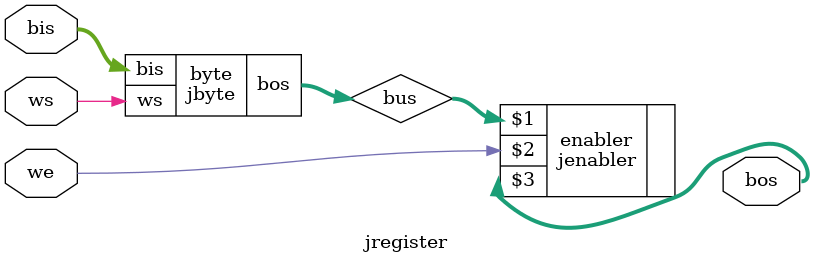
<source format=v>
`timescale 1ns / 1ps


module jmemory(input wi, input ws, output wo) ;
	wire wa, wb, wc ;
 	jnand nand1(wi, ws, wa) ;
	jnand nand2(wa, ws, wb) ;
	jnand nand3(wa, wc, wo) ;
	jnand nand4(wo, wb, wc) ;
endmodule


// Latch-based memory, which can yield a predictable output value.
module jlatch(input wi, input ws, output wo) ;
	reg ro = 0 ;
	assign wo = ro ;
    always @(wi or ws) begin
        if (ws)
            ro <= #5 wi ;
    end
endmodule


module jbyte(input [7:0] bis, input ws, output [7:0] bos) ;
	genvar j ;
	generate
		for (j = 0; j < 8 ; j = j + 1) begin
			jlatch mem(bis[j], ws, bos[j]) ;
		end
	endgenerate
endmodule


module jregister(input [7:0] bis, input ws, input we, output [7:0] bos) ;
	wire [7:0] bus ;
	jbyte byte(bis, ws, bus) ;
	jenabler enabler(bus, we, bos) ;
endmodule
</source>
